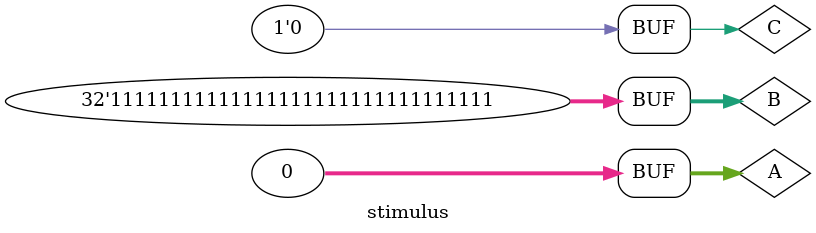
<source format=v>
module full_adder(c_out, sum, a, b, c_in);

output sum, c_out;
input a, b;
input c_in;

wire ab, axob, abc;

xor(axob, a, b);
and(ab, a, b);

xor(sum, axob, c_in);
and(abc, axob, c_in);
or(c_out, ab, abc);

endmodule

module adder_sub(cc, ss, a, b, c);

output [31:0] ss;
output cc;
input [31:0] a, b;
input c;

wire [30:0] carry;
wire [31:0] y;

xor (y[0], b[0], c);
xor (y[1], b[1], c);
xor (y[2], b[2], c);
xor (y[3], b[3], c);
xor (y[4], b[4], c);
xor (y[5], b[5], c);
xor (y[6], b[6], c);
xor (y[7], b[7], c);
xor (y[8], b[8], c);
xor (y[9], b[9], c);
xor (y[10], b[10], c);
xor (y[11], b[11], c);
xor (y[12], b[12], c);
xor (y[13], b[13], c);
xor (y[14], b[14], c);
xor (y[15], b[15], c);
xor (y[16], b[16], c);
xor (y[17], b[17], c);
xor (y[18], b[18], c);
xor (y[19], b[19], c);
xor (y[20], b[20], c);
xor (y[21], b[21], c);
xor (y[22], b[22], c);
xor (y[23], b[23], c);
xor (y[24], b[24], c);
xor (y[25], b[25], c);
xor (y[26], b[26], c);
xor (y[27], b[27], c);
xor (y[28], b[28], c);
xor (y[29], b[29], c);
xor (y[30], b[30], c);
xor (y[31], b[31], c);

full_adder fa0(carry[0], ss[0], a[0], y[0], c);
full_adder fa1(carry[1], ss[1], a[1], y[1], carry[0]);
full_adder fa2(carry[2], ss[2], a[2], y[2], carry[1]);
full_adder fa3(carry[3], ss[3], a[3], y[3], carry[2]);
full_adder fa4(carry[4], ss[4], a[4], y[4], carry[3]);
full_adder fa5(carry[5], ss[5], a[5], y[5], carry[4]);
full_adder fa6(carry[6], ss[6], a[6], y[6], carry[5]);
full_adder fa7(carry[7], ss[7], a[7], y[7], carry[6]);
full_adder fa8(carry[8], ss[8], a[8], y[8], carry[7]);
full_adder fa9(carry[9], ss[9], a[9], y[9], carry[8]);
full_adder fa10(carry[10], ss[10], a[10], y[10], carry[9]);
full_adder fa11(carry[11], ss[11], a[11], y[11], carry[10]);
full_adder fa12(carry[12], ss[12], a[12], y[12], carry[11]);
full_adder fa13(carry[13], ss[13], a[13], y[13], carry[12]);
full_adder fa14(carry[14], ss[14], a[14], y[14], carry[13]);
full_adder fa15(carry[15], ss[15], a[15], y[15], carry[14]);
full_adder fa16(carry[16], ss[16], a[16], y[16], carry[15]);
full_adder fa17(carry[17], ss[17], a[17], y[17], carry[16]);
full_adder fa18(carry[18], ss[18], a[18], y[18], carry[17]);
full_adder fa19(carry[19], ss[19], a[19], y[19], carry[18]);
full_adder fa20(carry[20], ss[20], a[20], y[20], carry[19]);
full_adder fa21(carry[21], ss[21], a[21], y[21], carry[20]);
full_adder fa22(carry[22], ss[22], a[22], y[22], carry[21]);
full_adder fa23(carry[23], ss[23], a[23], y[23], carry[22]);
full_adder fa24(carry[24], ss[24], a[24], y[24], carry[23]);
full_adder fa25(carry[25], ss[25], a[25], y[25], carry[24]);
full_adder fa26(carry[26], ss[26], a[26], y[26], carry[25]);
full_adder fa27(carry[27], ss[27], a[27], y[27], carry[26]);
full_adder fa28(carry[28], ss[28], a[28], y[28], carry[27]);
full_adder fa29(carry[29], ss[29], a[29], y[29], carry[28]);
full_adder fa30(carry[30], ss[30], a[30], y[30], carry[29]);
full_adder fa31(cc, ss[31], a[31], y[31], carry[30]);

endmodule

module stimulus;
reg [31:0] A, B;
reg C;

wire [31:0] SS;
wire CC;

adder_sub myadd_sub(CC, SS, A, B, C);
initial
	begin
		$monitor($time,"A=%d, B=%d, C=%b, ---CC=%b, SS=%d\n", A, B, C, CC, SS);
	end
initial
	begin
		A=32'd0; B=32'd0; C=1'b0;
		#5 A=32'd39; B=32'd136; C = 1'b1;
		#5 A=32'b00000000000000000000000000000000; B=32'b11111111111111111111111111111111; C=1'b0;

	end
endmodule
</source>
